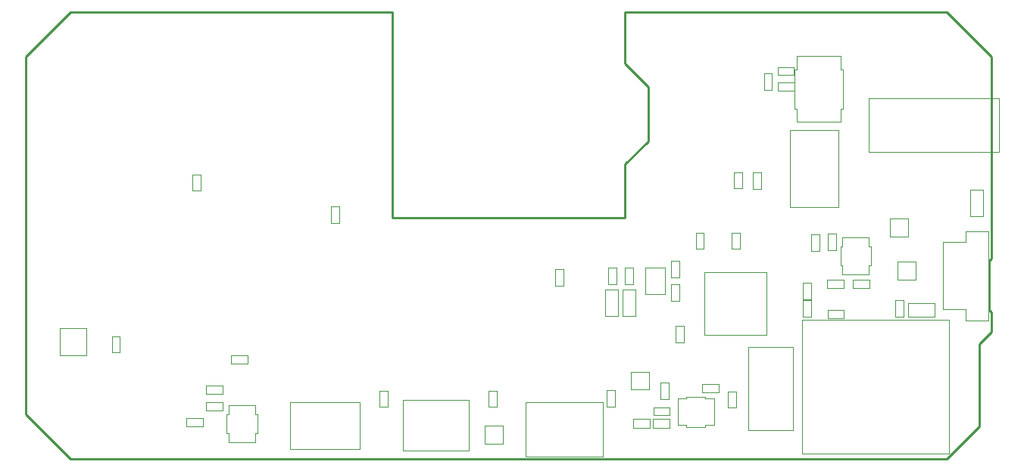
<source format=gbr>
%TF.GenerationSoftware,KiCad,Pcbnew,9.0.2*%
%TF.CreationDate,2025-07-03T15:48:42+01:00*%
%TF.ProjectId,FED3,46454433-2e6b-4696-9361-645f70636258,rev?*%
%TF.SameCoordinates,Original*%
%TF.FileFunction,Other,User*%
%FSLAX46Y46*%
G04 Gerber Fmt 4.6, Leading zero omitted, Abs format (unit mm)*
G04 Created by KiCad (PCBNEW 9.0.2) date 2025-07-03 15:48:42*
%MOMM*%
%LPD*%
G01*
G04 APERTURE LIST*
%ADD10C,0.050000*%
%TA.AperFunction,Profile*%
%ADD11C,0.250000*%
%TD*%
G04 APERTURE END LIST*
%TO.C,X4*%
D10*
X181320000Y-129400000D02*
X197770000Y-129400000D01*
X197770000Y-114450000D01*
X181320000Y-114450000D01*
X181320000Y-129400000D01*
%TO.C,TP1*%
X191150000Y-105100000D02*
X193150000Y-105100000D01*
X191150000Y-105100000D02*
X191150000Y-103100000D01*
X193150000Y-103100000D02*
X193150000Y-105100000D01*
X193150000Y-103100000D02*
X191150000Y-103100000D01*
%TO.C,TP4*%
X192000000Y-109950000D02*
X194000000Y-109950000D01*
X192000000Y-109950000D02*
X192000000Y-107950000D01*
X194000000Y-107950000D02*
X194000000Y-109950000D01*
X194000000Y-107950000D02*
X192000000Y-107950000D01*
%TO.C,TP2*%
X162200000Y-120266000D02*
X162200000Y-122266000D01*
X162200000Y-120266000D02*
X164200000Y-120266000D01*
X164200000Y-122266000D02*
X162200000Y-122266000D01*
X164200000Y-122266000D02*
X164200000Y-120266000D01*
%TO.C,TP3*%
X145850000Y-128300000D02*
X147850000Y-128300000D01*
X145850000Y-128300000D02*
X145850000Y-126300000D01*
X147850000Y-126300000D02*
X147850000Y-128300000D01*
X147850000Y-126300000D02*
X145850000Y-126300000D01*
%TO.C,TP5*%
X98300000Y-118400000D02*
X101300000Y-118400000D01*
X98300000Y-118400000D02*
X98300000Y-115400000D01*
X101300000Y-115400000D02*
X101300000Y-118400000D01*
X101300000Y-115400000D02*
X98300000Y-115400000D01*
%TO.C,SW2*%
X175300000Y-117475000D02*
X180300000Y-117475000D01*
X175300000Y-126775000D02*
X175300000Y-117475000D01*
X180300000Y-117475000D02*
X180300000Y-126775000D01*
X180300000Y-126775000D02*
X175300000Y-126775000D01*
%TO.C,R16*%
X164645168Y-125580000D02*
X166505168Y-125580000D01*
X164645168Y-126520000D02*
X164645168Y-125580000D01*
X166505168Y-125580000D02*
X166505168Y-126520000D01*
X166505168Y-126520000D02*
X164645168Y-126520000D01*
%TO.C,C18*%
X166650000Y-110477500D02*
X167570000Y-110477500D01*
X166650000Y-112297500D02*
X166650000Y-110477500D01*
X167570000Y-110477500D02*
X167570000Y-112297500D01*
X167570000Y-112297500D02*
X166650000Y-112297500D01*
%TO.C,C17*%
X166640000Y-107862500D02*
X167560000Y-107862500D01*
X166640000Y-109682500D02*
X166640000Y-107862500D01*
X167560000Y-107862500D02*
X167560000Y-109682500D01*
X167560000Y-109682500D02*
X166640000Y-109682500D01*
%TO.C,R10*%
X165480000Y-121520000D02*
X166420000Y-121520000D01*
X165480000Y-123380000D02*
X165480000Y-121520000D01*
X166420000Y-121520000D02*
X166420000Y-123380000D01*
X166420000Y-123380000D02*
X165480000Y-123380000D01*
%TO.C,X2*%
X165970000Y-108597500D02*
X163770000Y-108597500D01*
X163770000Y-111597500D01*
X165970000Y-111597500D01*
X165970000Y-108597500D01*
%TO.C,R6*%
X178590000Y-87830000D02*
X180450000Y-87830000D01*
X178590000Y-88770000D02*
X178590000Y-87830000D01*
X180450000Y-87830000D02*
X180450000Y-88770000D01*
X180450000Y-88770000D02*
X178590000Y-88770000D01*
%TO.C,R14*%
X170170000Y-121630000D02*
X172030000Y-121630000D01*
X170170000Y-122570000D02*
X170170000Y-121630000D01*
X172030000Y-121630000D02*
X172030000Y-122570000D01*
X172030000Y-122570000D02*
X170170000Y-122570000D01*
%TO.C,C10*%
X173695500Y-97902400D02*
X174615500Y-97902400D01*
X173695500Y-99722400D02*
X173695500Y-97902400D01*
X174615500Y-97902400D02*
X174615500Y-99722400D01*
X174615500Y-99722400D02*
X173695500Y-99722400D01*
%TO.C,R17*%
X162447668Y-125580000D02*
X164307668Y-125580000D01*
X162447668Y-126520000D02*
X162447668Y-125580000D01*
X164307668Y-125580000D02*
X164307668Y-126520000D01*
X164307668Y-126520000D02*
X162447668Y-126520000D01*
%TO.C,C1*%
X178590000Y-86140000D02*
X180410000Y-86140000D01*
X178590000Y-87060000D02*
X178590000Y-86140000D01*
X180410000Y-86140000D02*
X180410000Y-87060000D01*
X180410000Y-87060000D02*
X178590000Y-87060000D01*
%TO.C,L2*%
X193155000Y-112630000D02*
X196115000Y-112630000D01*
X193155000Y-114090000D02*
X193155000Y-112630000D01*
X196115000Y-112630000D02*
X196115000Y-114090000D01*
X196115000Y-114090000D02*
X193155000Y-114090000D01*
%TO.C,L1*%
X161210000Y-111040000D02*
X162670000Y-111040000D01*
X161210000Y-114000000D02*
X161210000Y-111040000D01*
X162670000Y-111040000D02*
X162670000Y-114000000D01*
X162670000Y-114000000D02*
X161210000Y-114000000D01*
%TO.C,R5*%
X181430000Y-112270000D02*
X182370000Y-112270000D01*
X181430000Y-114130000D02*
X181430000Y-112270000D01*
X182370000Y-112270000D02*
X182370000Y-114130000D01*
X182370000Y-114130000D02*
X181430000Y-114130000D01*
%TO.C,C8*%
X134040000Y-122390000D02*
X134960000Y-122390000D01*
X134040000Y-124210000D02*
X134040000Y-122390000D01*
X134960000Y-122390000D02*
X134960000Y-124210000D01*
X134960000Y-124210000D02*
X134040000Y-124210000D01*
%TO.C,J1*%
X150405000Y-123695000D02*
X150405000Y-129785000D01*
X150405000Y-129785000D02*
X159025000Y-129785000D01*
X159025000Y-123695000D02*
X150405000Y-123695000D01*
X159025000Y-129785000D02*
X159025000Y-123695000D01*
%TO.C,C6*%
X159490000Y-122340000D02*
X160410000Y-122340000D01*
X159490000Y-124160000D02*
X159490000Y-122340000D01*
X160410000Y-122340000D02*
X160410000Y-124160000D01*
X160410000Y-124160000D02*
X159490000Y-124160000D01*
%TO.C,C3*%
X104140000Y-116290000D02*
X105060000Y-116290000D01*
X104140000Y-118110000D02*
X104140000Y-116290000D01*
X105060000Y-116290000D02*
X105060000Y-118110000D01*
X105060000Y-118110000D02*
X104140000Y-118110000D01*
%TO.C,R12*%
X167200000Y-115095000D02*
X168140000Y-115095000D01*
X167200000Y-116955000D02*
X167200000Y-115095000D01*
X168140000Y-115095000D02*
X168140000Y-116955000D01*
X168140000Y-116955000D02*
X167200000Y-116955000D01*
%TO.C,U3*%
X167400000Y-123250000D02*
X168400000Y-123250000D01*
X167400000Y-126250000D02*
X167400000Y-123250000D01*
X168400000Y-123050000D02*
X170500000Y-123050000D01*
X168400000Y-123250000D02*
X168400000Y-123050000D01*
X168400000Y-126250000D02*
X167400000Y-126250000D01*
X168400000Y-126450000D02*
X168400000Y-126250000D01*
X170500000Y-123050000D02*
X170500000Y-123250000D01*
X170500000Y-123250000D02*
X171500000Y-123250000D01*
X170500000Y-126250000D02*
X170500000Y-126450000D01*
X170500000Y-126450000D02*
X168400000Y-126450000D01*
X171500000Y-123250000D02*
X171500000Y-126250000D01*
X171500000Y-126250000D02*
X170500000Y-126250000D01*
%TO.C,X1*%
X185389100Y-93191600D02*
X179939100Y-93191600D01*
X179939100Y-101841600D01*
X185389100Y-101841600D01*
X185389100Y-93191600D01*
%TO.C,R8*%
X114670000Y-121830000D02*
X116530000Y-121830000D01*
X114670000Y-122770000D02*
X114670000Y-121830000D01*
X116530000Y-121830000D02*
X116530000Y-122770000D01*
X116530000Y-122770000D02*
X114670000Y-122770000D01*
%TO.C,IC1*%
X117000000Y-125050000D02*
X117200000Y-125050000D01*
X117000000Y-127150000D02*
X117000000Y-125050000D01*
X117200000Y-124050000D02*
X120200000Y-124050000D01*
X117200000Y-125050000D02*
X117200000Y-124050000D01*
X117200000Y-127150000D02*
X117000000Y-127150000D01*
X117200000Y-128150000D02*
X117200000Y-127150000D01*
X120200000Y-124050000D02*
X120200000Y-125050000D01*
X120200000Y-125050000D02*
X120400000Y-125050000D01*
X120200000Y-127150000D02*
X120200000Y-128150000D01*
X120200000Y-128150000D02*
X117200000Y-128150000D01*
X120400000Y-125050000D02*
X120400000Y-127150000D01*
X120400000Y-127150000D02*
X120200000Y-127150000D01*
%TO.C,C19*%
X173420000Y-104677500D02*
X174340000Y-104677500D01*
X173420000Y-106497500D02*
X173420000Y-104677500D01*
X174340000Y-104677500D02*
X174340000Y-106497500D01*
X174340000Y-106497500D02*
X173420000Y-106497500D01*
%TO.C,R15*%
X159610000Y-108590000D02*
X160550000Y-108590000D01*
X159610000Y-110450000D02*
X159610000Y-108590000D01*
X160550000Y-108590000D02*
X160550000Y-110450000D01*
X160550000Y-110450000D02*
X159610000Y-110450000D01*
%TO.C,R11*%
X186970000Y-109930000D02*
X188830000Y-109930000D01*
X186970000Y-110870000D02*
X186970000Y-109930000D01*
X188830000Y-109930000D02*
X188830000Y-110870000D01*
X188830000Y-110870000D02*
X186970000Y-110870000D01*
%TO.C,L0*%
X159320000Y-111040000D02*
X160780000Y-111040000D01*
X159320000Y-114000000D02*
X159320000Y-111040000D01*
X160780000Y-111040000D02*
X160780000Y-114000000D01*
X160780000Y-114000000D02*
X159320000Y-114000000D01*
%TO.C,IC4*%
X180447100Y-86401600D02*
X180687100Y-86401600D01*
X180447100Y-90801600D02*
X180447100Y-86401600D01*
X180687100Y-84901600D02*
X185607100Y-84901600D01*
X180687100Y-86401600D02*
X180687100Y-84901600D01*
X180687100Y-90801600D02*
X180447100Y-90801600D01*
X180687100Y-92301600D02*
X180687100Y-90801600D01*
X185607100Y-84901600D02*
X185607100Y-86401600D01*
X185607100Y-86401600D02*
X185847100Y-86401600D01*
X185607100Y-90801600D02*
X185607100Y-92301600D01*
X185607100Y-92301600D02*
X180687100Y-92301600D01*
X185847100Y-86401600D02*
X185847100Y-90801600D01*
X185847100Y-90801600D02*
X185607100Y-90801600D01*
%TO.C,C15*%
X184165000Y-104840000D02*
X185085000Y-104840000D01*
X184165000Y-106660000D02*
X184165000Y-104840000D01*
X185085000Y-104840000D02*
X185085000Y-106660000D01*
X185085000Y-106660000D02*
X184165000Y-106660000D01*
%TO.C,C7*%
X146240000Y-122390000D02*
X147160000Y-122390000D01*
X146240000Y-124210000D02*
X146240000Y-122390000D01*
X147160000Y-122390000D02*
X147160000Y-124210000D01*
X147160000Y-124210000D02*
X146240000Y-124210000D01*
%TO.C,AUX_I2C0*%
X124100000Y-123700000D02*
X124100000Y-128900000D01*
X124100000Y-128900000D02*
X131900000Y-128900000D01*
X131900000Y-123700000D02*
X124100000Y-123700000D01*
X131900000Y-128900000D02*
X131900000Y-123700000D01*
%TO.C,C4*%
X112515000Y-125490000D02*
X114335000Y-125490000D01*
X112515000Y-126410000D02*
X112515000Y-125490000D01*
X114335000Y-125490000D02*
X114335000Y-126410000D01*
X114335000Y-126410000D02*
X112515000Y-126410000D01*
%TO.C,C12*%
X169420000Y-104677500D02*
X170340000Y-104677500D01*
X169420000Y-106497500D02*
X169420000Y-104677500D01*
X170340000Y-104677500D02*
X170340000Y-106497500D01*
X170340000Y-106497500D02*
X169420000Y-106497500D01*
%TO.C,R13*%
X161470000Y-108590000D02*
X162410000Y-108590000D01*
X161470000Y-110450000D02*
X161470000Y-108590000D01*
X162410000Y-108590000D02*
X162410000Y-110450000D01*
X162410000Y-110450000D02*
X161470000Y-110450000D01*
%TO.C,U1*%
X170350000Y-109137500D02*
X177350000Y-109137500D01*
X170350000Y-116137500D02*
X170350000Y-109137500D01*
X177350000Y-109137500D02*
X177350000Y-116137500D01*
X177350000Y-116137500D02*
X170350000Y-116137500D01*
%TO.C,C2*%
X177040000Y-86890000D02*
X177960000Y-86890000D01*
X177040000Y-88710000D02*
X177040000Y-86890000D01*
X177960000Y-86890000D02*
X177960000Y-88710000D01*
X177960000Y-88710000D02*
X177040000Y-88710000D01*
%TO.C,R19*%
X191760000Y-112260000D02*
X192700000Y-112260000D01*
X191760000Y-114120000D02*
X191760000Y-112260000D01*
X192700000Y-112260000D02*
X192700000Y-114120000D01*
X192700000Y-114120000D02*
X191760000Y-114120000D01*
%TO.C,C14*%
X184190000Y-113390000D02*
X186010000Y-113390000D01*
X184190000Y-114310000D02*
X184190000Y-113390000D01*
X186010000Y-113390000D02*
X186010000Y-114310000D01*
X186010000Y-114310000D02*
X184190000Y-114310000D01*
%TO.C,C13*%
X182365000Y-104890000D02*
X183285000Y-104890000D01*
X182365000Y-106710000D02*
X182365000Y-104890000D01*
X183285000Y-104890000D02*
X183285000Y-106710000D01*
X183285000Y-106710000D02*
X182365000Y-106710000D01*
%TO.C,R4*%
X181380000Y-110270000D02*
X182320000Y-110270000D01*
X181380000Y-112130000D02*
X181380000Y-110270000D01*
X182320000Y-110270000D02*
X182320000Y-112130000D01*
X182320000Y-112130000D02*
X181380000Y-112130000D01*
%TO.C,R9*%
X117460000Y-118400000D02*
X119320000Y-118400000D01*
X117460000Y-119340000D02*
X117460000Y-118400000D01*
X119320000Y-118400000D02*
X119320000Y-119340000D01*
X119320000Y-119340000D02*
X117460000Y-119340000D01*
%TO.C,R1*%
X128630000Y-101770000D02*
X129570000Y-101770000D01*
X128630000Y-103630000D02*
X128630000Y-101770000D01*
X129570000Y-101770000D02*
X129570000Y-103630000D01*
X129570000Y-103630000D02*
X128630000Y-103630000D01*
%TO.C,R3*%
X175839100Y-97913600D02*
X176779100Y-97913600D01*
X175839100Y-99773600D02*
X175839100Y-97913600D01*
X176779100Y-97913600D02*
X176779100Y-99773600D01*
X176779100Y-99773600D02*
X175839100Y-99773600D01*
%TO.C,C11*%
X184140000Y-109990000D02*
X185960000Y-109990000D01*
X184140000Y-110910000D02*
X184140000Y-109990000D01*
X185960000Y-109990000D02*
X185960000Y-110910000D01*
X185960000Y-110910000D02*
X184140000Y-110910000D01*
%TO.C,C16*%
X164705168Y-124240000D02*
X166525168Y-124240000D01*
X164705168Y-125160000D02*
X164705168Y-124240000D01*
X166525168Y-124240000D02*
X166525168Y-125160000D01*
X166525168Y-125160000D02*
X164705168Y-125160000D01*
%TO.C,C5*%
X173040000Y-122490000D02*
X173960000Y-122490000D01*
X173040000Y-124310000D02*
X173040000Y-122490000D01*
X173960000Y-122490000D02*
X173960000Y-124310000D01*
X173960000Y-124310000D02*
X173040000Y-124310000D01*
%TO.C,R2*%
X153730000Y-108770000D02*
X154670000Y-108770000D01*
X153730000Y-110630000D02*
X153730000Y-108770000D01*
X154670000Y-108770000D02*
X154670000Y-110630000D01*
X154670000Y-110630000D02*
X153730000Y-110630000D01*
%TO.C,C9*%
X113140000Y-98190000D02*
X114060000Y-98190000D01*
X113140000Y-100010000D02*
X113140000Y-98190000D01*
X114060000Y-98190000D02*
X114060000Y-100010000D01*
X114060000Y-100010000D02*
X113140000Y-100010000D01*
%TO.C,R7*%
X114670000Y-123680000D02*
X116530000Y-123680000D01*
X114670000Y-124620000D02*
X114670000Y-123680000D01*
X116530000Y-123680000D02*
X116530000Y-124620000D01*
X116530000Y-124620000D02*
X114670000Y-124620000D01*
%TO.C,EXT0*%
X203344300Y-95614800D02*
X188794300Y-95614800D01*
X188794300Y-89614800D01*
X203344300Y-89614800D01*
X203344300Y-95614800D01*
%TO.C,U2*%
X185600000Y-106250000D02*
X185800000Y-106250000D01*
X185600000Y-108350000D02*
X185600000Y-106250000D01*
X185800000Y-105250000D02*
X188800000Y-105250000D01*
X185800000Y-106250000D02*
X185800000Y-105250000D01*
X185800000Y-108350000D02*
X185600000Y-108350000D01*
X185800000Y-109350000D02*
X185800000Y-108350000D01*
X188800000Y-105250000D02*
X188800000Y-106250000D01*
X188800000Y-106250000D02*
X189000000Y-106250000D01*
X188800000Y-108350000D02*
X188800000Y-109350000D01*
X188800000Y-109350000D02*
X185800000Y-109350000D01*
X189000000Y-106250000D02*
X189000000Y-108350000D01*
X189000000Y-108350000D02*
X188800000Y-108350000D01*
%TO.C,CHG0*%
X200120000Y-99920000D02*
X201580000Y-99920000D01*
X200120000Y-102880000D02*
X200120000Y-99920000D01*
X201580000Y-99920000D02*
X201580000Y-102880000D01*
X201580000Y-102880000D02*
X200120000Y-102880000D01*
%TO.C,X5*%
X144074300Y-129136400D02*
X136724300Y-129136400D01*
X136724300Y-123386400D01*
X144074300Y-123386400D01*
X144074300Y-129136400D01*
%TO.C,USB0*%
X202150000Y-105750000D02*
X202150000Y-113300000D01*
X202150000Y-114500000D01*
X199625000Y-114500000D01*
X199625000Y-113300000D01*
X197100000Y-113300000D01*
X197100000Y-105750000D01*
X199625000Y-105750000D01*
X199625000Y-104550000D01*
X202150000Y-104550000D01*
X202150000Y-105750000D01*
%TD*%
D11*
X201101100Y-126403600D02*
X201101100Y-117203600D01*
X161501100Y-103003600D02*
X135501100Y-103003600D01*
X161501100Y-80003600D02*
X161501100Y-85751600D01*
X161501100Y-85751600D02*
X164097100Y-88347600D01*
X99501100Y-80003600D02*
X94501100Y-85003600D01*
X202221100Y-107883600D02*
X202501100Y-107603600D01*
X202501100Y-85003600D02*
X197501100Y-80003600D01*
X202221100Y-113323600D02*
X202221100Y-107883600D01*
X202501100Y-107603600D02*
X202501100Y-85003600D01*
X161501100Y-96983600D02*
X161501100Y-103003600D01*
X202501100Y-113603600D02*
X202221100Y-113323600D01*
X135501100Y-103003600D02*
X135501100Y-80003600D01*
X94501100Y-125003600D02*
X99501100Y-130003600D01*
X164097100Y-88347600D02*
X164097100Y-94443600D01*
X197501100Y-130003600D02*
X201101100Y-126403600D01*
X197501100Y-80003600D02*
X161501100Y-80003600D01*
X202501100Y-115803600D02*
X202501100Y-113603600D01*
X94501100Y-85003600D02*
X94501100Y-125003600D01*
X99501100Y-130003600D02*
X197501100Y-130003600D01*
X164097100Y-94443600D02*
X161501100Y-96983600D01*
X201101100Y-117203600D02*
X202501100Y-115803600D01*
X135501100Y-80003600D02*
X99501100Y-80003600D01*
M02*

</source>
